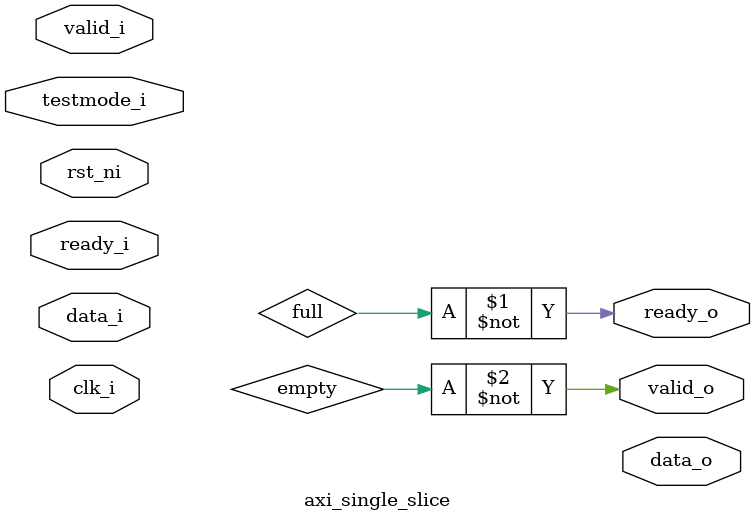
<source format=sv>

module axi_single_slice #(
    parameter int BUFFER_DEPTH = -1,
    parameter int DATA_WIDTH   = -1
) (
    input  logic                  clk_i,    // Clock
    input  logic                  rst_ni,  // Asynchronous reset active low
    input  logic                  testmode_i,
    input  logic                  valid_i,
    output logic                  ready_o,
    input  logic [DATA_WIDTH-1:0] data_i,

    input  logic                  ready_i,
    output logic                  valid_o,
    output logic [DATA_WIDTH-1:0] data_o
);

    logic full, empty;

    assign ready_o = ~full;
    assign valid_o = ~empty;

   /* fifo #(
        .FALL_THROUGH ( 1'b0         ),
        .DATA_WIDTH   ( DATA_WIDTH   ),
        .DEPTH        ( BUFFER_DEPTH )
    ) i_fifo (
        .clk_i      ( clk_i             ),
        .rst_ni     ( rst_ni            ),
        .flush_i    ( 1'b0              ),
        .threshold_o (), // NC
        .testmode_i ( testmode_i        ),
        .full_o     ( full              ),
        .empty_o    ( empty             ),
        .data_i     ( data_i            ),
        .push_i     ( valid_i & ready_o ),
        .data_o     ( data_o            ),
        .pop_i      ( ready_i & valid_o )
    ); */

endmodule

</source>
